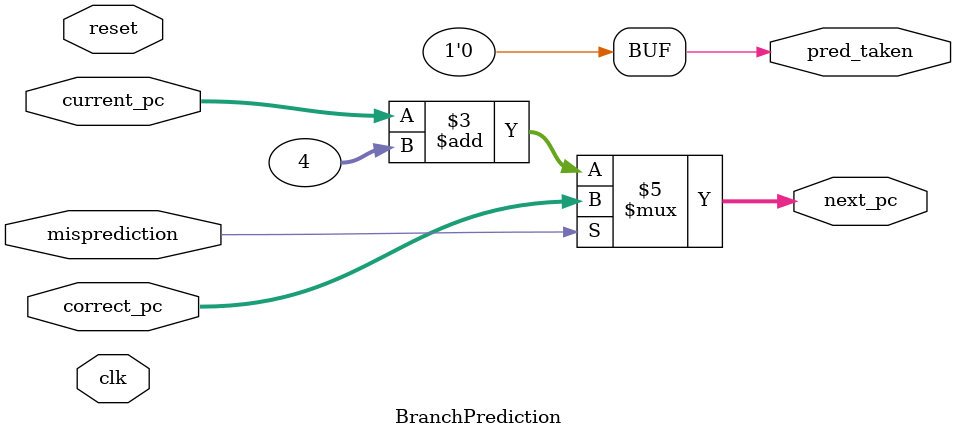
<source format=sv>
`default_nettype none

module BranchPrediction(
  input wire clk, reset, misprediction,
  input wire [31:0] current_pc, correct_pc,
  output logic [31:0] next_pc,
  output logic pred_taken
);
  
  assign pred_taken = 1'b0;
  always_comb begin
    if(!misprediction) next_pc = current_pc + 32'd4;
    else next_pc = correct_pc;
  end
endmodule
  
`default_nettype wire
</source>
